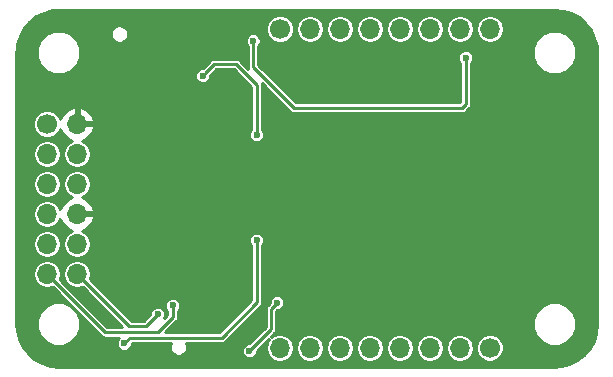
<source format=gbl>
G04 #@! TF.GenerationSoftware,KiCad,Pcbnew,5.0.1-33cea8e~68~ubuntu16.04.1*
G04 #@! TF.CreationDate,2019-03-25T17:46:31-04:00*
G04 #@! TF.ProjectId,portia,706F727469612E6B696361645F706362,rev?*
G04 #@! TF.SameCoordinates,Original*
G04 #@! TF.FileFunction,Copper,L2,Bot,Mixed*
G04 #@! TF.FilePolarity,Positive*
%FSLAX46Y46*%
G04 Gerber Fmt 4.6, Leading zero omitted, Abs format (unit mm)*
G04 Created by KiCad (PCBNEW 5.0.1-33cea8e~68~ubuntu16.04.1) date Mon 25 Mar 2019 17:46:31 EDT*
%MOMM*%
%LPD*%
G01*
G04 APERTURE LIST*
G04 #@! TA.AperFunction,ComponentPad*
%ADD10C,1.700000*%
G04 #@! TD*
G04 #@! TA.AperFunction,ComponentPad*
%ADD11O,1.700000X1.700000*%
G04 #@! TD*
G04 #@! TA.AperFunction,ViaPad*
%ADD12C,0.600000*%
G04 #@! TD*
G04 #@! TA.AperFunction,Conductor*
%ADD13C,0.250000*%
G04 #@! TD*
G04 #@! TA.AperFunction,Conductor*
%ADD14C,0.254000*%
G04 #@! TD*
G04 APERTURE END LIST*
D10*
G04 #@! TO.P,J6,1*
G04 #@! TO.N,GND*
X159040000Y-113344000D03*
D11*
G04 #@! TO.P,J6,2*
G04 #@! TO.N,+3V3*
X161580000Y-113344000D03*
G04 #@! TO.P,J6,3*
G04 #@! TO.N,GND*
X159040000Y-115884000D03*
G04 #@! TO.P,J6,4*
X161580000Y-115884000D03*
G04 #@! TO.P,J6,5*
X159040000Y-118424000D03*
G04 #@! TO.P,J6,6*
X161580000Y-118424000D03*
G04 #@! TO.P,J6,7*
X159040000Y-120964000D03*
G04 #@! TO.P,J6,8*
G04 #@! TO.N,+3V3*
X161580000Y-120964000D03*
G04 #@! TO.P,J6,9*
G04 #@! TO.N,GND*
X159040000Y-123504000D03*
G04 #@! TO.P,J6,10*
X161580000Y-123504000D03*
G04 #@! TO.P,J6,11*
G04 #@! TO.N,Net-(J4-Pad12)*
X159040000Y-126044000D03*
G04 #@! TO.P,J6,12*
G04 #@! TO.N,Net-(J4-Pad11)*
X161580000Y-126044000D03*
G04 #@! TD*
G04 #@! TO.P,J5,8*
G04 #@! TO.N,Net-(J5-Pad8)*
X178740000Y-132280000D03*
G04 #@! TO.P,J5,7*
G04 #@! TO.N,Net-(J5-Pad7)*
X181280000Y-132280000D03*
G04 #@! TO.P,J5,6*
G04 #@! TO.N,Net-(J5-Pad6)*
X183820000Y-132280000D03*
G04 #@! TO.P,J5,5*
G04 #@! TO.N,Net-(J5-Pad5)*
X186360000Y-132280000D03*
G04 #@! TO.P,J5,4*
G04 #@! TO.N,Net-(J5-Pad4)*
X188900000Y-132280000D03*
G04 #@! TO.P,J5,3*
G04 #@! TO.N,Net-(J5-Pad3)*
X191440000Y-132280000D03*
G04 #@! TO.P,J5,2*
G04 #@! TO.N,Net-(J5-Pad2)*
X193980000Y-132280000D03*
D10*
G04 #@! TO.P,J5,1*
G04 #@! TO.N,Net-(J5-Pad1)*
X196520000Y-132280000D03*
G04 #@! TD*
G04 #@! TO.P,J2,1*
G04 #@! TO.N,Net-(J2-Pad1)*
X178770000Y-105280000D03*
D11*
G04 #@! TO.P,J2,2*
G04 #@! TO.N,Net-(J2-Pad2)*
X181310000Y-105280000D03*
G04 #@! TO.P,J2,3*
G04 #@! TO.N,Net-(J2-Pad3)*
X183850000Y-105280000D03*
G04 #@! TO.P,J2,4*
G04 #@! TO.N,Net-(J2-Pad4)*
X186390000Y-105280000D03*
G04 #@! TO.P,J2,5*
G04 #@! TO.N,Net-(J2-Pad5)*
X188930000Y-105280000D03*
G04 #@! TO.P,J2,6*
G04 #@! TO.N,Net-(J2-Pad6)*
X191470000Y-105280000D03*
G04 #@! TO.P,J2,7*
G04 #@! TO.N,Net-(J2-Pad7)*
X194010000Y-105280000D03*
G04 #@! TO.P,J2,8*
G04 #@! TO.N,Net-(J2-Pad8)*
X196550000Y-105280000D03*
G04 #@! TD*
D12*
G04 #@! TO.N,+3V3*
X195760000Y-107724000D03*
X167140000Y-108859000D03*
X167140000Y-129199000D03*
X176195000Y-130974000D03*
X176465000Y-104721500D03*
X173490000Y-127894000D03*
X173490000Y-109259000D03*
G04 #@! TO.N,Net-(R6-Pad1)*
X176490000Y-106296500D03*
X194490000Y-107724000D03*
G04 #@! TO.N,Net-(J4-Pad6)*
X172220000Y-109259000D03*
X176780000Y-114279000D03*
G04 #@! TO.N,Net-(J4-Pad12)*
X169680000Y-128704000D03*
G04 #@! TO.N,Net-(Boot1-Pad1)*
X178510000Y-128474000D03*
X176170000Y-132549000D03*
G04 #@! TO.N,Net-(J4-Pad11)*
X168410000Y-129474000D03*
G04 #@! TO.N,Net-(R1-Pad2)*
X176780000Y-123169000D03*
X165567500Y-131919000D03*
G04 #@! TD*
D13*
G04 #@! TO.N,Net-(R6-Pad1)*
X176490000Y-106296500D02*
X176490000Y-108546500D01*
X194160000Y-111974000D02*
X194490000Y-111644000D01*
X194490000Y-111644000D02*
X194490000Y-107724000D01*
X176490000Y-108546500D02*
X179917500Y-111974000D01*
X179917500Y-111974000D02*
X194160000Y-111974000D01*
G04 #@! TO.N,Net-(J4-Pad6)*
X172519999Y-108959001D02*
X172220000Y-109259000D01*
X176780000Y-114279000D02*
X176780000Y-110029000D01*
X176780000Y-110029000D02*
X175030000Y-108279000D01*
X175030000Y-108279000D02*
X173200000Y-108279000D01*
X173200000Y-108279000D02*
X172519999Y-108959001D01*
G04 #@! TO.N,Net-(J4-Pad12)*
X159889999Y-126893999D02*
X159040000Y-126044000D01*
X169680000Y-128704000D02*
X169680000Y-129704000D01*
X169680000Y-129704000D02*
X168410000Y-130974000D01*
X168410000Y-130974000D02*
X163970000Y-130974000D01*
X163970000Y-130974000D02*
X159889999Y-126893999D01*
G04 #@! TO.N,Net-(Boot1-Pad1)*
X177995000Y-128989000D02*
X177995000Y-130724000D01*
X177995000Y-130724000D02*
X176170000Y-132549000D01*
X178510000Y-128474000D02*
X177995000Y-128989000D01*
G04 #@! TO.N,Net-(J4-Pad11)*
X167410000Y-130474000D02*
X168110001Y-129773999D01*
X168110001Y-129773999D02*
X168410000Y-129474000D01*
X166010000Y-130474000D02*
X167410000Y-130474000D01*
X161580000Y-126044000D02*
X166010000Y-130474000D01*
G04 #@! TO.N,Net-(R1-Pad2)*
X166062490Y-131424010D02*
X173812490Y-131424010D01*
X165567500Y-131919000D02*
X166062490Y-131424010D01*
X176780000Y-128456500D02*
X176780000Y-123169000D01*
X173812490Y-131424010D02*
X176780000Y-128456500D01*
G04 #@! TD*
D14*
G04 #@! TO.N,+3V3*
G36*
X202743060Y-103757514D02*
X203436591Y-103974854D01*
X204072246Y-104327203D01*
X204624073Y-104800177D01*
X205069521Y-105374444D01*
X205390402Y-106026561D01*
X205574852Y-106734671D01*
X205618000Y-107295440D01*
X205618001Y-130259626D01*
X205542485Y-131003064D01*
X205325146Y-131696590D01*
X204972797Y-132332246D01*
X204499825Y-132884071D01*
X203925553Y-133329523D01*
X203273441Y-133650402D01*
X202565329Y-133834852D01*
X202004560Y-133878000D01*
X160040364Y-133878000D01*
X159296936Y-133802485D01*
X158603410Y-133585146D01*
X157967754Y-133232797D01*
X157415929Y-132759825D01*
X156970477Y-132185553D01*
X156649598Y-131533441D01*
X156465148Y-130825329D01*
X156422000Y-130264560D01*
X156422000Y-129916587D01*
X158193000Y-129916587D01*
X158193000Y-130643413D01*
X158471144Y-131314912D01*
X158985088Y-131828856D01*
X159656587Y-132107000D01*
X160383413Y-132107000D01*
X161054912Y-131828856D01*
X161568856Y-131314912D01*
X161847000Y-130643413D01*
X161847000Y-129916587D01*
X161568856Y-129245088D01*
X161054912Y-128731144D01*
X160383413Y-128453000D01*
X159656587Y-128453000D01*
X158985088Y-128731144D01*
X158471144Y-129245088D01*
X158193000Y-129916587D01*
X156422000Y-129916587D01*
X156422000Y-126044000D01*
X157839942Y-126044000D01*
X157931291Y-126503242D01*
X158191431Y-126892569D01*
X158580758Y-127152709D01*
X158924080Y-127221000D01*
X159155920Y-127221000D01*
X159499242Y-127152709D01*
X159505382Y-127148607D01*
X159601865Y-127245090D01*
X159601868Y-127245092D01*
X163618909Y-131262134D01*
X163644126Y-131299874D01*
X163793638Y-131399775D01*
X163915478Y-131424010D01*
X163970000Y-131434855D01*
X164014518Y-131426000D01*
X165173788Y-131426000D01*
X165035955Y-131563833D01*
X164940500Y-131794282D01*
X164940500Y-132043718D01*
X165035955Y-132274167D01*
X165212333Y-132450545D01*
X165442782Y-132546000D01*
X165692218Y-132546000D01*
X165922667Y-132450545D01*
X166099045Y-132274167D01*
X166194500Y-132043718D01*
X166194500Y-131931224D01*
X166249714Y-131876010D01*
X169517243Y-131876010D01*
X169433000Y-132079391D01*
X169433000Y-132368609D01*
X169543679Y-132635813D01*
X169748187Y-132840321D01*
X170015391Y-132951000D01*
X170304609Y-132951000D01*
X170571813Y-132840321D01*
X170776321Y-132635813D01*
X170863939Y-132424282D01*
X175543000Y-132424282D01*
X175543000Y-132673718D01*
X175638455Y-132904167D01*
X175814833Y-133080545D01*
X176045282Y-133176000D01*
X176294718Y-133176000D01*
X176525167Y-133080545D01*
X176701545Y-132904167D01*
X176797000Y-132673718D01*
X176797000Y-132561224D01*
X177820222Y-131538003D01*
X177631291Y-131820758D01*
X177539942Y-132280000D01*
X177631291Y-132739242D01*
X177891431Y-133128569D01*
X178280758Y-133388709D01*
X178624080Y-133457000D01*
X178855920Y-133457000D01*
X179199242Y-133388709D01*
X179588569Y-133128569D01*
X179848709Y-132739242D01*
X179940058Y-132280000D01*
X180079942Y-132280000D01*
X180171291Y-132739242D01*
X180431431Y-133128569D01*
X180820758Y-133388709D01*
X181164080Y-133457000D01*
X181395920Y-133457000D01*
X181739242Y-133388709D01*
X182128569Y-133128569D01*
X182388709Y-132739242D01*
X182480058Y-132280000D01*
X182619942Y-132280000D01*
X182711291Y-132739242D01*
X182971431Y-133128569D01*
X183360758Y-133388709D01*
X183704080Y-133457000D01*
X183935920Y-133457000D01*
X184279242Y-133388709D01*
X184668569Y-133128569D01*
X184928709Y-132739242D01*
X185020058Y-132280000D01*
X185159942Y-132280000D01*
X185251291Y-132739242D01*
X185511431Y-133128569D01*
X185900758Y-133388709D01*
X186244080Y-133457000D01*
X186475920Y-133457000D01*
X186819242Y-133388709D01*
X187208569Y-133128569D01*
X187468709Y-132739242D01*
X187560058Y-132280000D01*
X187699942Y-132280000D01*
X187791291Y-132739242D01*
X188051431Y-133128569D01*
X188440758Y-133388709D01*
X188784080Y-133457000D01*
X189015920Y-133457000D01*
X189359242Y-133388709D01*
X189748569Y-133128569D01*
X190008709Y-132739242D01*
X190100058Y-132280000D01*
X190239942Y-132280000D01*
X190331291Y-132739242D01*
X190591431Y-133128569D01*
X190980758Y-133388709D01*
X191324080Y-133457000D01*
X191555920Y-133457000D01*
X191899242Y-133388709D01*
X192288569Y-133128569D01*
X192548709Y-132739242D01*
X192640058Y-132280000D01*
X192779942Y-132280000D01*
X192871291Y-132739242D01*
X193131431Y-133128569D01*
X193520758Y-133388709D01*
X193864080Y-133457000D01*
X194095920Y-133457000D01*
X194439242Y-133388709D01*
X194828569Y-133128569D01*
X195088709Y-132739242D01*
X195180058Y-132280000D01*
X195133489Y-132045880D01*
X195343000Y-132045880D01*
X195343000Y-132514120D01*
X195522187Y-132946717D01*
X195853283Y-133277813D01*
X196285880Y-133457000D01*
X196754120Y-133457000D01*
X197186717Y-133277813D01*
X197517813Y-132946717D01*
X197697000Y-132514120D01*
X197697000Y-132045880D01*
X197517813Y-131613283D01*
X197186717Y-131282187D01*
X196754120Y-131103000D01*
X196285880Y-131103000D01*
X195853283Y-131282187D01*
X195522187Y-131613283D01*
X195343000Y-132045880D01*
X195133489Y-132045880D01*
X195088709Y-131820758D01*
X194828569Y-131431431D01*
X194439242Y-131171291D01*
X194095920Y-131103000D01*
X193864080Y-131103000D01*
X193520758Y-131171291D01*
X193131431Y-131431431D01*
X192871291Y-131820758D01*
X192779942Y-132280000D01*
X192640058Y-132280000D01*
X192548709Y-131820758D01*
X192288569Y-131431431D01*
X191899242Y-131171291D01*
X191555920Y-131103000D01*
X191324080Y-131103000D01*
X190980758Y-131171291D01*
X190591431Y-131431431D01*
X190331291Y-131820758D01*
X190239942Y-132280000D01*
X190100058Y-132280000D01*
X190008709Y-131820758D01*
X189748569Y-131431431D01*
X189359242Y-131171291D01*
X189015920Y-131103000D01*
X188784080Y-131103000D01*
X188440758Y-131171291D01*
X188051431Y-131431431D01*
X187791291Y-131820758D01*
X187699942Y-132280000D01*
X187560058Y-132280000D01*
X187468709Y-131820758D01*
X187208569Y-131431431D01*
X186819242Y-131171291D01*
X186475920Y-131103000D01*
X186244080Y-131103000D01*
X185900758Y-131171291D01*
X185511431Y-131431431D01*
X185251291Y-131820758D01*
X185159942Y-132280000D01*
X185020058Y-132280000D01*
X184928709Y-131820758D01*
X184668569Y-131431431D01*
X184279242Y-131171291D01*
X183935920Y-131103000D01*
X183704080Y-131103000D01*
X183360758Y-131171291D01*
X182971431Y-131431431D01*
X182711291Y-131820758D01*
X182619942Y-132280000D01*
X182480058Y-132280000D01*
X182388709Y-131820758D01*
X182128569Y-131431431D01*
X181739242Y-131171291D01*
X181395920Y-131103000D01*
X181164080Y-131103000D01*
X180820758Y-131171291D01*
X180431431Y-131431431D01*
X180171291Y-131820758D01*
X180079942Y-132280000D01*
X179940058Y-132280000D01*
X179848709Y-131820758D01*
X179588569Y-131431431D01*
X179199242Y-131171291D01*
X178855920Y-131103000D01*
X178624080Y-131103000D01*
X178280758Y-131171291D01*
X177998003Y-131360222D01*
X178283134Y-131075091D01*
X178320874Y-131049874D01*
X178420775Y-130900362D01*
X178447000Y-130768518D01*
X178455855Y-130724000D01*
X178447000Y-130679482D01*
X178447000Y-129916587D01*
X200193000Y-129916587D01*
X200193000Y-130643413D01*
X200471144Y-131314912D01*
X200985088Y-131828856D01*
X201656587Y-132107000D01*
X202383413Y-132107000D01*
X203054912Y-131828856D01*
X203568856Y-131314912D01*
X203847000Y-130643413D01*
X203847000Y-129916587D01*
X203568856Y-129245088D01*
X203054912Y-128731144D01*
X202383413Y-128453000D01*
X201656587Y-128453000D01*
X200985088Y-128731144D01*
X200471144Y-129245088D01*
X200193000Y-129916587D01*
X178447000Y-129916587D01*
X178447000Y-129176224D01*
X178522224Y-129101000D01*
X178634718Y-129101000D01*
X178865167Y-129005545D01*
X179041545Y-128829167D01*
X179137000Y-128598718D01*
X179137000Y-128349282D01*
X179041545Y-128118833D01*
X178865167Y-127942455D01*
X178634718Y-127847000D01*
X178385282Y-127847000D01*
X178154833Y-127942455D01*
X177978455Y-128118833D01*
X177883000Y-128349282D01*
X177883000Y-128461776D01*
X177706869Y-128637907D01*
X177669126Y-128663126D01*
X177569226Y-128812638D01*
X177569225Y-128812639D01*
X177534145Y-128989000D01*
X177543000Y-129033518D01*
X177543001Y-130536774D01*
X176157776Y-131922000D01*
X176045282Y-131922000D01*
X175814833Y-132017455D01*
X175638455Y-132193833D01*
X175543000Y-132424282D01*
X170863939Y-132424282D01*
X170887000Y-132368609D01*
X170887000Y-132079391D01*
X170802757Y-131876010D01*
X173767972Y-131876010D01*
X173812490Y-131884865D01*
X173857008Y-131876010D01*
X173988852Y-131849785D01*
X174138364Y-131749884D01*
X174163583Y-131712141D01*
X177068134Y-128807591D01*
X177105874Y-128782374D01*
X177205775Y-128632862D01*
X177232000Y-128501018D01*
X177232000Y-128501017D01*
X177240855Y-128456500D01*
X177232000Y-128411982D01*
X177232000Y-123603712D01*
X177311545Y-123524167D01*
X177407000Y-123293718D01*
X177407000Y-123044282D01*
X177311545Y-122813833D01*
X177135167Y-122637455D01*
X176904718Y-122542000D01*
X176655282Y-122542000D01*
X176424833Y-122637455D01*
X176248455Y-122813833D01*
X176153000Y-123044282D01*
X176153000Y-123293718D01*
X176248455Y-123524167D01*
X176328001Y-123603713D01*
X176328000Y-128269275D01*
X173625266Y-130972010D01*
X169051214Y-130972010D01*
X169968133Y-130055091D01*
X170005874Y-130029874D01*
X170105775Y-129880362D01*
X170132000Y-129748518D01*
X170132000Y-129748517D01*
X170140855Y-129704001D01*
X170132000Y-129659484D01*
X170132000Y-129138712D01*
X170211545Y-129059167D01*
X170307000Y-128828718D01*
X170307000Y-128579282D01*
X170211545Y-128348833D01*
X170035167Y-128172455D01*
X169804718Y-128077000D01*
X169555282Y-128077000D01*
X169324833Y-128172455D01*
X169148455Y-128348833D01*
X169053000Y-128579282D01*
X169053000Y-128828718D01*
X169148455Y-129059167D01*
X169228000Y-129138712D01*
X169228001Y-129516774D01*
X168959885Y-129784890D01*
X169037000Y-129598718D01*
X169037000Y-129349282D01*
X168941545Y-129118833D01*
X168765167Y-128942455D01*
X168534718Y-128847000D01*
X168285282Y-128847000D01*
X168054833Y-128942455D01*
X167878455Y-129118833D01*
X167783000Y-129349282D01*
X167783000Y-129461775D01*
X167222776Y-130022000D01*
X166197225Y-130022000D01*
X162684606Y-126509382D01*
X162688709Y-126503242D01*
X162780058Y-126044000D01*
X162688709Y-125584758D01*
X162428569Y-125195431D01*
X162039242Y-124935291D01*
X161695920Y-124867000D01*
X161464080Y-124867000D01*
X161120758Y-124935291D01*
X160731431Y-125195431D01*
X160471291Y-125584758D01*
X160379942Y-126044000D01*
X160471291Y-126503242D01*
X160731431Y-126892569D01*
X161120758Y-127152709D01*
X161464080Y-127221000D01*
X161695920Y-127221000D01*
X162039242Y-127152709D01*
X162045382Y-127148606D01*
X165418775Y-130522000D01*
X164157225Y-130522000D01*
X160241092Y-126605868D01*
X160241090Y-126605865D01*
X160144607Y-126509382D01*
X160148709Y-126503242D01*
X160240058Y-126044000D01*
X160148709Y-125584758D01*
X159888569Y-125195431D01*
X159499242Y-124935291D01*
X159155920Y-124867000D01*
X158924080Y-124867000D01*
X158580758Y-124935291D01*
X158191431Y-125195431D01*
X157931291Y-125584758D01*
X157839942Y-126044000D01*
X156422000Y-126044000D01*
X156422000Y-123504000D01*
X157839942Y-123504000D01*
X157931291Y-123963242D01*
X158191431Y-124352569D01*
X158580758Y-124612709D01*
X158924080Y-124681000D01*
X159155920Y-124681000D01*
X159499242Y-124612709D01*
X159888569Y-124352569D01*
X160148709Y-123963242D01*
X160240058Y-123504000D01*
X160148709Y-123044758D01*
X159888569Y-122655431D01*
X159499242Y-122395291D01*
X159155920Y-122327000D01*
X158924080Y-122327000D01*
X158580758Y-122395291D01*
X158191431Y-122655431D01*
X157931291Y-123044758D01*
X157839942Y-123504000D01*
X156422000Y-123504000D01*
X156422000Y-120964000D01*
X157839942Y-120964000D01*
X157931291Y-121423242D01*
X158191431Y-121812569D01*
X158580758Y-122072709D01*
X158924080Y-122141000D01*
X159155920Y-122141000D01*
X159499242Y-122072709D01*
X159888569Y-121812569D01*
X160148709Y-121423242D01*
X160159158Y-121370709D01*
X160308355Y-121730924D01*
X160698642Y-122159183D01*
X161177406Y-122384023D01*
X161120758Y-122395291D01*
X160731431Y-122655431D01*
X160471291Y-123044758D01*
X160379942Y-123504000D01*
X160471291Y-123963242D01*
X160731431Y-124352569D01*
X161120758Y-124612709D01*
X161464080Y-124681000D01*
X161695920Y-124681000D01*
X162039242Y-124612709D01*
X162428569Y-124352569D01*
X162688709Y-123963242D01*
X162780058Y-123504000D01*
X162688709Y-123044758D01*
X162428569Y-122655431D01*
X162039242Y-122395291D01*
X161982594Y-122384023D01*
X162461358Y-122159183D01*
X162851645Y-121730924D01*
X163021476Y-121320890D01*
X162900155Y-121091000D01*
X161707000Y-121091000D01*
X161707000Y-121111000D01*
X161453000Y-121111000D01*
X161453000Y-121091000D01*
X161433000Y-121091000D01*
X161433000Y-120837000D01*
X161453000Y-120837000D01*
X161453000Y-120817000D01*
X161707000Y-120817000D01*
X161707000Y-120837000D01*
X162900155Y-120837000D01*
X163021476Y-120607110D01*
X162851645Y-120197076D01*
X162461358Y-119768817D01*
X161982594Y-119543977D01*
X162039242Y-119532709D01*
X162428569Y-119272569D01*
X162688709Y-118883242D01*
X162780058Y-118424000D01*
X162688709Y-117964758D01*
X162428569Y-117575431D01*
X162039242Y-117315291D01*
X161695920Y-117247000D01*
X161464080Y-117247000D01*
X161120758Y-117315291D01*
X160731431Y-117575431D01*
X160471291Y-117964758D01*
X160379942Y-118424000D01*
X160471291Y-118883242D01*
X160731431Y-119272569D01*
X161120758Y-119532709D01*
X161177406Y-119543977D01*
X160698642Y-119768817D01*
X160308355Y-120197076D01*
X160159158Y-120557291D01*
X160148709Y-120504758D01*
X159888569Y-120115431D01*
X159499242Y-119855291D01*
X159155920Y-119787000D01*
X158924080Y-119787000D01*
X158580758Y-119855291D01*
X158191431Y-120115431D01*
X157931291Y-120504758D01*
X157839942Y-120964000D01*
X156422000Y-120964000D01*
X156422000Y-118424000D01*
X157839942Y-118424000D01*
X157931291Y-118883242D01*
X158191431Y-119272569D01*
X158580758Y-119532709D01*
X158924080Y-119601000D01*
X159155920Y-119601000D01*
X159499242Y-119532709D01*
X159888569Y-119272569D01*
X160148709Y-118883242D01*
X160240058Y-118424000D01*
X160148709Y-117964758D01*
X159888569Y-117575431D01*
X159499242Y-117315291D01*
X159155920Y-117247000D01*
X158924080Y-117247000D01*
X158580758Y-117315291D01*
X158191431Y-117575431D01*
X157931291Y-117964758D01*
X157839942Y-118424000D01*
X156422000Y-118424000D01*
X156422000Y-115884000D01*
X157839942Y-115884000D01*
X157931291Y-116343242D01*
X158191431Y-116732569D01*
X158580758Y-116992709D01*
X158924080Y-117061000D01*
X159155920Y-117061000D01*
X159499242Y-116992709D01*
X159888569Y-116732569D01*
X160148709Y-116343242D01*
X160240058Y-115884000D01*
X160148709Y-115424758D01*
X159888569Y-115035431D01*
X159499242Y-114775291D01*
X159155920Y-114707000D01*
X158924080Y-114707000D01*
X158580758Y-114775291D01*
X158191431Y-115035431D01*
X157931291Y-115424758D01*
X157839942Y-115884000D01*
X156422000Y-115884000D01*
X156422000Y-113109880D01*
X157863000Y-113109880D01*
X157863000Y-113578120D01*
X158042187Y-114010717D01*
X158373283Y-114341813D01*
X158805880Y-114521000D01*
X159274120Y-114521000D01*
X159706717Y-114341813D01*
X160037813Y-114010717D01*
X160152335Y-113734235D01*
X160308355Y-114110924D01*
X160698642Y-114539183D01*
X161177406Y-114764023D01*
X161120758Y-114775291D01*
X160731431Y-115035431D01*
X160471291Y-115424758D01*
X160379942Y-115884000D01*
X160471291Y-116343242D01*
X160731431Y-116732569D01*
X161120758Y-116992709D01*
X161464080Y-117061000D01*
X161695920Y-117061000D01*
X162039242Y-116992709D01*
X162428569Y-116732569D01*
X162688709Y-116343242D01*
X162780058Y-115884000D01*
X162688709Y-115424758D01*
X162428569Y-115035431D01*
X162039242Y-114775291D01*
X161982594Y-114764023D01*
X162461358Y-114539183D01*
X162851645Y-114110924D01*
X163021476Y-113700890D01*
X162900155Y-113471000D01*
X161707000Y-113471000D01*
X161707000Y-113491000D01*
X161453000Y-113491000D01*
X161453000Y-113471000D01*
X161433000Y-113471000D01*
X161433000Y-113217000D01*
X161453000Y-113217000D01*
X161453000Y-112023181D01*
X161707000Y-112023181D01*
X161707000Y-113217000D01*
X162900155Y-113217000D01*
X163021476Y-112987110D01*
X162851645Y-112577076D01*
X162461358Y-112148817D01*
X161936892Y-111902514D01*
X161707000Y-112023181D01*
X161453000Y-112023181D01*
X161223108Y-111902514D01*
X160698642Y-112148817D01*
X160308355Y-112577076D01*
X160152335Y-112953765D01*
X160037813Y-112677283D01*
X159706717Y-112346187D01*
X159274120Y-112167000D01*
X158805880Y-112167000D01*
X158373283Y-112346187D01*
X158042187Y-112677283D01*
X157863000Y-113109880D01*
X156422000Y-113109880D01*
X156422000Y-109134282D01*
X171593000Y-109134282D01*
X171593000Y-109383718D01*
X171688455Y-109614167D01*
X171864833Y-109790545D01*
X172095282Y-109886000D01*
X172344718Y-109886000D01*
X172575167Y-109790545D01*
X172751545Y-109614167D01*
X172847000Y-109383718D01*
X172847000Y-109271225D01*
X172871090Y-109247135D01*
X172871092Y-109247132D01*
X173387225Y-108731000D01*
X174842776Y-108731000D01*
X176328001Y-110216226D01*
X176328000Y-113844288D01*
X176248455Y-113923833D01*
X176153000Y-114154282D01*
X176153000Y-114403718D01*
X176248455Y-114634167D01*
X176424833Y-114810545D01*
X176655282Y-114906000D01*
X176904718Y-114906000D01*
X177135167Y-114810545D01*
X177311545Y-114634167D01*
X177407000Y-114403718D01*
X177407000Y-114154282D01*
X177311545Y-113923833D01*
X177232000Y-113844288D01*
X177232000Y-110073518D01*
X177240855Y-110029000D01*
X177217907Y-109913631D01*
X179566409Y-112262134D01*
X179591626Y-112299874D01*
X179629366Y-112325091D01*
X179741138Y-112399775D01*
X179917500Y-112434855D01*
X179962018Y-112426000D01*
X194115482Y-112426000D01*
X194160000Y-112434855D01*
X194204518Y-112426000D01*
X194336362Y-112399775D01*
X194485874Y-112299874D01*
X194511093Y-112262131D01*
X194778131Y-111995093D01*
X194815874Y-111969874D01*
X194915775Y-111820362D01*
X194942000Y-111688518D01*
X194942000Y-111688517D01*
X194950855Y-111644001D01*
X194942000Y-111599484D01*
X194942000Y-108158712D01*
X195021545Y-108079167D01*
X195117000Y-107848718D01*
X195117000Y-107599282D01*
X195021545Y-107368833D01*
X194845167Y-107192455D01*
X194614718Y-107097000D01*
X194365282Y-107097000D01*
X194134833Y-107192455D01*
X193958455Y-107368833D01*
X193863000Y-107599282D01*
X193863000Y-107848718D01*
X193958455Y-108079167D01*
X194038001Y-108158713D01*
X194038000Y-111456776D01*
X193972776Y-111522000D01*
X180104725Y-111522000D01*
X176942000Y-108359276D01*
X176942000Y-106916587D01*
X200193000Y-106916587D01*
X200193000Y-107643413D01*
X200471144Y-108314912D01*
X200985088Y-108828856D01*
X201656587Y-109107000D01*
X202383413Y-109107000D01*
X203054912Y-108828856D01*
X203568856Y-108314912D01*
X203847000Y-107643413D01*
X203847000Y-106916587D01*
X203568856Y-106245088D01*
X203054912Y-105731144D01*
X202383413Y-105453000D01*
X201656587Y-105453000D01*
X200985088Y-105731144D01*
X200471144Y-106245088D01*
X200193000Y-106916587D01*
X176942000Y-106916587D01*
X176942000Y-106731212D01*
X177021545Y-106651667D01*
X177117000Y-106421218D01*
X177117000Y-106171782D01*
X177021545Y-105941333D01*
X176845167Y-105764955D01*
X176614718Y-105669500D01*
X176365282Y-105669500D01*
X176134833Y-105764955D01*
X175958455Y-105941333D01*
X175863000Y-106171782D01*
X175863000Y-106421218D01*
X175958455Y-106651667D01*
X176038000Y-106731212D01*
X176038001Y-108501978D01*
X176029145Y-108546500D01*
X176052093Y-108661869D01*
X175381093Y-107990869D01*
X175355874Y-107953126D01*
X175206362Y-107853225D01*
X175074518Y-107827000D01*
X175030000Y-107818145D01*
X174985482Y-107827000D01*
X173244518Y-107827000D01*
X173200000Y-107818145D01*
X173155482Y-107827000D01*
X173023638Y-107853225D01*
X172874126Y-107953126D01*
X172848908Y-107990867D01*
X172231868Y-108607908D01*
X172231865Y-108607910D01*
X172207775Y-108632000D01*
X172095282Y-108632000D01*
X171864833Y-108727455D01*
X171688455Y-108903833D01*
X171593000Y-109134282D01*
X156422000Y-109134282D01*
X156422000Y-107300364D01*
X156460982Y-106916587D01*
X158193000Y-106916587D01*
X158193000Y-107643413D01*
X158471144Y-108314912D01*
X158985088Y-108828856D01*
X159656587Y-109107000D01*
X160383413Y-109107000D01*
X161054912Y-108828856D01*
X161568856Y-108314912D01*
X161847000Y-107643413D01*
X161847000Y-106916587D01*
X161568856Y-106245088D01*
X161054912Y-105731144D01*
X160688548Y-105579391D01*
X164433000Y-105579391D01*
X164433000Y-105868609D01*
X164543679Y-106135813D01*
X164748187Y-106340321D01*
X165015391Y-106451000D01*
X165304609Y-106451000D01*
X165571813Y-106340321D01*
X165776321Y-106135813D01*
X165887000Y-105868609D01*
X165887000Y-105579391D01*
X165776321Y-105312187D01*
X165571813Y-105107679D01*
X165422617Y-105045880D01*
X177593000Y-105045880D01*
X177593000Y-105514120D01*
X177772187Y-105946717D01*
X178103283Y-106277813D01*
X178535880Y-106457000D01*
X179004120Y-106457000D01*
X179436717Y-106277813D01*
X179767813Y-105946717D01*
X179947000Y-105514120D01*
X179947000Y-105280000D01*
X180109942Y-105280000D01*
X180201291Y-105739242D01*
X180461431Y-106128569D01*
X180850758Y-106388709D01*
X181194080Y-106457000D01*
X181425920Y-106457000D01*
X181769242Y-106388709D01*
X182158569Y-106128569D01*
X182418709Y-105739242D01*
X182510058Y-105280000D01*
X182649942Y-105280000D01*
X182741291Y-105739242D01*
X183001431Y-106128569D01*
X183390758Y-106388709D01*
X183734080Y-106457000D01*
X183965920Y-106457000D01*
X184309242Y-106388709D01*
X184698569Y-106128569D01*
X184958709Y-105739242D01*
X185050058Y-105280000D01*
X185189942Y-105280000D01*
X185281291Y-105739242D01*
X185541431Y-106128569D01*
X185930758Y-106388709D01*
X186274080Y-106457000D01*
X186505920Y-106457000D01*
X186849242Y-106388709D01*
X187238569Y-106128569D01*
X187498709Y-105739242D01*
X187590058Y-105280000D01*
X187729942Y-105280000D01*
X187821291Y-105739242D01*
X188081431Y-106128569D01*
X188470758Y-106388709D01*
X188814080Y-106457000D01*
X189045920Y-106457000D01*
X189389242Y-106388709D01*
X189778569Y-106128569D01*
X190038709Y-105739242D01*
X190130058Y-105280000D01*
X190269942Y-105280000D01*
X190361291Y-105739242D01*
X190621431Y-106128569D01*
X191010758Y-106388709D01*
X191354080Y-106457000D01*
X191585920Y-106457000D01*
X191929242Y-106388709D01*
X192318569Y-106128569D01*
X192578709Y-105739242D01*
X192670058Y-105280000D01*
X192809942Y-105280000D01*
X192901291Y-105739242D01*
X193161431Y-106128569D01*
X193550758Y-106388709D01*
X193894080Y-106457000D01*
X194125920Y-106457000D01*
X194469242Y-106388709D01*
X194858569Y-106128569D01*
X195118709Y-105739242D01*
X195210058Y-105280000D01*
X195349942Y-105280000D01*
X195441291Y-105739242D01*
X195701431Y-106128569D01*
X196090758Y-106388709D01*
X196434080Y-106457000D01*
X196665920Y-106457000D01*
X197009242Y-106388709D01*
X197398569Y-106128569D01*
X197658709Y-105739242D01*
X197750058Y-105280000D01*
X197658709Y-104820758D01*
X197398569Y-104431431D01*
X197009242Y-104171291D01*
X196665920Y-104103000D01*
X196434080Y-104103000D01*
X196090758Y-104171291D01*
X195701431Y-104431431D01*
X195441291Y-104820758D01*
X195349942Y-105280000D01*
X195210058Y-105280000D01*
X195118709Y-104820758D01*
X194858569Y-104431431D01*
X194469242Y-104171291D01*
X194125920Y-104103000D01*
X193894080Y-104103000D01*
X193550758Y-104171291D01*
X193161431Y-104431431D01*
X192901291Y-104820758D01*
X192809942Y-105280000D01*
X192670058Y-105280000D01*
X192578709Y-104820758D01*
X192318569Y-104431431D01*
X191929242Y-104171291D01*
X191585920Y-104103000D01*
X191354080Y-104103000D01*
X191010758Y-104171291D01*
X190621431Y-104431431D01*
X190361291Y-104820758D01*
X190269942Y-105280000D01*
X190130058Y-105280000D01*
X190038709Y-104820758D01*
X189778569Y-104431431D01*
X189389242Y-104171291D01*
X189045920Y-104103000D01*
X188814080Y-104103000D01*
X188470758Y-104171291D01*
X188081431Y-104431431D01*
X187821291Y-104820758D01*
X187729942Y-105280000D01*
X187590058Y-105280000D01*
X187498709Y-104820758D01*
X187238569Y-104431431D01*
X186849242Y-104171291D01*
X186505920Y-104103000D01*
X186274080Y-104103000D01*
X185930758Y-104171291D01*
X185541431Y-104431431D01*
X185281291Y-104820758D01*
X185189942Y-105280000D01*
X185050058Y-105280000D01*
X184958709Y-104820758D01*
X184698569Y-104431431D01*
X184309242Y-104171291D01*
X183965920Y-104103000D01*
X183734080Y-104103000D01*
X183390758Y-104171291D01*
X183001431Y-104431431D01*
X182741291Y-104820758D01*
X182649942Y-105280000D01*
X182510058Y-105280000D01*
X182418709Y-104820758D01*
X182158569Y-104431431D01*
X181769242Y-104171291D01*
X181425920Y-104103000D01*
X181194080Y-104103000D01*
X180850758Y-104171291D01*
X180461431Y-104431431D01*
X180201291Y-104820758D01*
X180109942Y-105280000D01*
X179947000Y-105280000D01*
X179947000Y-105045880D01*
X179767813Y-104613283D01*
X179436717Y-104282187D01*
X179004120Y-104103000D01*
X178535880Y-104103000D01*
X178103283Y-104282187D01*
X177772187Y-104613283D01*
X177593000Y-105045880D01*
X165422617Y-105045880D01*
X165304609Y-104997000D01*
X165015391Y-104997000D01*
X164748187Y-105107679D01*
X164543679Y-105312187D01*
X164433000Y-105579391D01*
X160688548Y-105579391D01*
X160383413Y-105453000D01*
X159656587Y-105453000D01*
X158985088Y-105731144D01*
X158471144Y-106245088D01*
X158193000Y-106916587D01*
X156460982Y-106916587D01*
X156497514Y-106556940D01*
X156714854Y-105863409D01*
X157067203Y-105227754D01*
X157540177Y-104675927D01*
X158114444Y-104230479D01*
X158766561Y-103909598D01*
X159474671Y-103725148D01*
X160035440Y-103682000D01*
X201999636Y-103682000D01*
X202743060Y-103757514D01*
X202743060Y-103757514D01*
G37*
X202743060Y-103757514D02*
X203436591Y-103974854D01*
X204072246Y-104327203D01*
X204624073Y-104800177D01*
X205069521Y-105374444D01*
X205390402Y-106026561D01*
X205574852Y-106734671D01*
X205618000Y-107295440D01*
X205618001Y-130259626D01*
X205542485Y-131003064D01*
X205325146Y-131696590D01*
X204972797Y-132332246D01*
X204499825Y-132884071D01*
X203925553Y-133329523D01*
X203273441Y-133650402D01*
X202565329Y-133834852D01*
X202004560Y-133878000D01*
X160040364Y-133878000D01*
X159296936Y-133802485D01*
X158603410Y-133585146D01*
X157967754Y-133232797D01*
X157415929Y-132759825D01*
X156970477Y-132185553D01*
X156649598Y-131533441D01*
X156465148Y-130825329D01*
X156422000Y-130264560D01*
X156422000Y-129916587D01*
X158193000Y-129916587D01*
X158193000Y-130643413D01*
X158471144Y-131314912D01*
X158985088Y-131828856D01*
X159656587Y-132107000D01*
X160383413Y-132107000D01*
X161054912Y-131828856D01*
X161568856Y-131314912D01*
X161847000Y-130643413D01*
X161847000Y-129916587D01*
X161568856Y-129245088D01*
X161054912Y-128731144D01*
X160383413Y-128453000D01*
X159656587Y-128453000D01*
X158985088Y-128731144D01*
X158471144Y-129245088D01*
X158193000Y-129916587D01*
X156422000Y-129916587D01*
X156422000Y-126044000D01*
X157839942Y-126044000D01*
X157931291Y-126503242D01*
X158191431Y-126892569D01*
X158580758Y-127152709D01*
X158924080Y-127221000D01*
X159155920Y-127221000D01*
X159499242Y-127152709D01*
X159505382Y-127148607D01*
X159601865Y-127245090D01*
X159601868Y-127245092D01*
X163618909Y-131262134D01*
X163644126Y-131299874D01*
X163793638Y-131399775D01*
X163915478Y-131424010D01*
X163970000Y-131434855D01*
X164014518Y-131426000D01*
X165173788Y-131426000D01*
X165035955Y-131563833D01*
X164940500Y-131794282D01*
X164940500Y-132043718D01*
X165035955Y-132274167D01*
X165212333Y-132450545D01*
X165442782Y-132546000D01*
X165692218Y-132546000D01*
X165922667Y-132450545D01*
X166099045Y-132274167D01*
X166194500Y-132043718D01*
X166194500Y-131931224D01*
X166249714Y-131876010D01*
X169517243Y-131876010D01*
X169433000Y-132079391D01*
X169433000Y-132368609D01*
X169543679Y-132635813D01*
X169748187Y-132840321D01*
X170015391Y-132951000D01*
X170304609Y-132951000D01*
X170571813Y-132840321D01*
X170776321Y-132635813D01*
X170863939Y-132424282D01*
X175543000Y-132424282D01*
X175543000Y-132673718D01*
X175638455Y-132904167D01*
X175814833Y-133080545D01*
X176045282Y-133176000D01*
X176294718Y-133176000D01*
X176525167Y-133080545D01*
X176701545Y-132904167D01*
X176797000Y-132673718D01*
X176797000Y-132561224D01*
X177820222Y-131538003D01*
X177631291Y-131820758D01*
X177539942Y-132280000D01*
X177631291Y-132739242D01*
X177891431Y-133128569D01*
X178280758Y-133388709D01*
X178624080Y-133457000D01*
X178855920Y-133457000D01*
X179199242Y-133388709D01*
X179588569Y-133128569D01*
X179848709Y-132739242D01*
X179940058Y-132280000D01*
X180079942Y-132280000D01*
X180171291Y-132739242D01*
X180431431Y-133128569D01*
X180820758Y-133388709D01*
X181164080Y-133457000D01*
X181395920Y-133457000D01*
X181739242Y-133388709D01*
X182128569Y-133128569D01*
X182388709Y-132739242D01*
X182480058Y-132280000D01*
X182619942Y-132280000D01*
X182711291Y-132739242D01*
X182971431Y-133128569D01*
X183360758Y-133388709D01*
X183704080Y-133457000D01*
X183935920Y-133457000D01*
X184279242Y-133388709D01*
X184668569Y-133128569D01*
X184928709Y-132739242D01*
X185020058Y-132280000D01*
X185159942Y-132280000D01*
X185251291Y-132739242D01*
X185511431Y-133128569D01*
X185900758Y-133388709D01*
X186244080Y-133457000D01*
X186475920Y-133457000D01*
X186819242Y-133388709D01*
X187208569Y-133128569D01*
X187468709Y-132739242D01*
X187560058Y-132280000D01*
X187699942Y-132280000D01*
X187791291Y-132739242D01*
X188051431Y-133128569D01*
X188440758Y-133388709D01*
X188784080Y-133457000D01*
X189015920Y-133457000D01*
X189359242Y-133388709D01*
X189748569Y-133128569D01*
X190008709Y-132739242D01*
X190100058Y-132280000D01*
X190239942Y-132280000D01*
X190331291Y-132739242D01*
X190591431Y-133128569D01*
X190980758Y-133388709D01*
X191324080Y-133457000D01*
X191555920Y-133457000D01*
X191899242Y-133388709D01*
X192288569Y-133128569D01*
X192548709Y-132739242D01*
X192640058Y-132280000D01*
X192779942Y-132280000D01*
X192871291Y-132739242D01*
X193131431Y-133128569D01*
X193520758Y-133388709D01*
X193864080Y-133457000D01*
X194095920Y-133457000D01*
X194439242Y-133388709D01*
X194828569Y-133128569D01*
X195088709Y-132739242D01*
X195180058Y-132280000D01*
X195133489Y-132045880D01*
X195343000Y-132045880D01*
X195343000Y-132514120D01*
X195522187Y-132946717D01*
X195853283Y-133277813D01*
X196285880Y-133457000D01*
X196754120Y-133457000D01*
X197186717Y-133277813D01*
X197517813Y-132946717D01*
X197697000Y-132514120D01*
X197697000Y-132045880D01*
X197517813Y-131613283D01*
X197186717Y-131282187D01*
X196754120Y-131103000D01*
X196285880Y-131103000D01*
X195853283Y-131282187D01*
X195522187Y-131613283D01*
X195343000Y-132045880D01*
X195133489Y-132045880D01*
X195088709Y-131820758D01*
X194828569Y-131431431D01*
X194439242Y-131171291D01*
X194095920Y-131103000D01*
X193864080Y-131103000D01*
X193520758Y-131171291D01*
X193131431Y-131431431D01*
X192871291Y-131820758D01*
X192779942Y-132280000D01*
X192640058Y-132280000D01*
X192548709Y-131820758D01*
X192288569Y-131431431D01*
X191899242Y-131171291D01*
X191555920Y-131103000D01*
X191324080Y-131103000D01*
X190980758Y-131171291D01*
X190591431Y-131431431D01*
X190331291Y-131820758D01*
X190239942Y-132280000D01*
X190100058Y-132280000D01*
X190008709Y-131820758D01*
X189748569Y-131431431D01*
X189359242Y-131171291D01*
X189015920Y-131103000D01*
X188784080Y-131103000D01*
X188440758Y-131171291D01*
X188051431Y-131431431D01*
X187791291Y-131820758D01*
X187699942Y-132280000D01*
X187560058Y-132280000D01*
X187468709Y-131820758D01*
X187208569Y-131431431D01*
X186819242Y-131171291D01*
X186475920Y-131103000D01*
X186244080Y-131103000D01*
X185900758Y-131171291D01*
X185511431Y-131431431D01*
X185251291Y-131820758D01*
X185159942Y-132280000D01*
X185020058Y-132280000D01*
X184928709Y-131820758D01*
X184668569Y-131431431D01*
X184279242Y-131171291D01*
X183935920Y-131103000D01*
X183704080Y-131103000D01*
X183360758Y-131171291D01*
X182971431Y-131431431D01*
X182711291Y-131820758D01*
X182619942Y-132280000D01*
X182480058Y-132280000D01*
X182388709Y-131820758D01*
X182128569Y-131431431D01*
X181739242Y-131171291D01*
X181395920Y-131103000D01*
X181164080Y-131103000D01*
X180820758Y-131171291D01*
X180431431Y-131431431D01*
X180171291Y-131820758D01*
X180079942Y-132280000D01*
X179940058Y-132280000D01*
X179848709Y-131820758D01*
X179588569Y-131431431D01*
X179199242Y-131171291D01*
X178855920Y-131103000D01*
X178624080Y-131103000D01*
X178280758Y-131171291D01*
X177998003Y-131360222D01*
X178283134Y-131075091D01*
X178320874Y-131049874D01*
X178420775Y-130900362D01*
X178447000Y-130768518D01*
X178455855Y-130724000D01*
X178447000Y-130679482D01*
X178447000Y-129916587D01*
X200193000Y-129916587D01*
X200193000Y-130643413D01*
X200471144Y-131314912D01*
X200985088Y-131828856D01*
X201656587Y-132107000D01*
X202383413Y-132107000D01*
X203054912Y-131828856D01*
X203568856Y-131314912D01*
X203847000Y-130643413D01*
X203847000Y-129916587D01*
X203568856Y-129245088D01*
X203054912Y-128731144D01*
X202383413Y-128453000D01*
X201656587Y-128453000D01*
X200985088Y-128731144D01*
X200471144Y-129245088D01*
X200193000Y-129916587D01*
X178447000Y-129916587D01*
X178447000Y-129176224D01*
X178522224Y-129101000D01*
X178634718Y-129101000D01*
X178865167Y-129005545D01*
X179041545Y-128829167D01*
X179137000Y-128598718D01*
X179137000Y-128349282D01*
X179041545Y-128118833D01*
X178865167Y-127942455D01*
X178634718Y-127847000D01*
X178385282Y-127847000D01*
X178154833Y-127942455D01*
X177978455Y-128118833D01*
X177883000Y-128349282D01*
X177883000Y-128461776D01*
X177706869Y-128637907D01*
X177669126Y-128663126D01*
X177569226Y-128812638D01*
X177569225Y-128812639D01*
X177534145Y-128989000D01*
X177543000Y-129033518D01*
X177543001Y-130536774D01*
X176157776Y-131922000D01*
X176045282Y-131922000D01*
X175814833Y-132017455D01*
X175638455Y-132193833D01*
X175543000Y-132424282D01*
X170863939Y-132424282D01*
X170887000Y-132368609D01*
X170887000Y-132079391D01*
X170802757Y-131876010D01*
X173767972Y-131876010D01*
X173812490Y-131884865D01*
X173857008Y-131876010D01*
X173988852Y-131849785D01*
X174138364Y-131749884D01*
X174163583Y-131712141D01*
X177068134Y-128807591D01*
X177105874Y-128782374D01*
X177205775Y-128632862D01*
X177232000Y-128501018D01*
X177232000Y-128501017D01*
X177240855Y-128456500D01*
X177232000Y-128411982D01*
X177232000Y-123603712D01*
X177311545Y-123524167D01*
X177407000Y-123293718D01*
X177407000Y-123044282D01*
X177311545Y-122813833D01*
X177135167Y-122637455D01*
X176904718Y-122542000D01*
X176655282Y-122542000D01*
X176424833Y-122637455D01*
X176248455Y-122813833D01*
X176153000Y-123044282D01*
X176153000Y-123293718D01*
X176248455Y-123524167D01*
X176328001Y-123603713D01*
X176328000Y-128269275D01*
X173625266Y-130972010D01*
X169051214Y-130972010D01*
X169968133Y-130055091D01*
X170005874Y-130029874D01*
X170105775Y-129880362D01*
X170132000Y-129748518D01*
X170132000Y-129748517D01*
X170140855Y-129704001D01*
X170132000Y-129659484D01*
X170132000Y-129138712D01*
X170211545Y-129059167D01*
X170307000Y-128828718D01*
X170307000Y-128579282D01*
X170211545Y-128348833D01*
X170035167Y-128172455D01*
X169804718Y-128077000D01*
X169555282Y-128077000D01*
X169324833Y-128172455D01*
X169148455Y-128348833D01*
X169053000Y-128579282D01*
X169053000Y-128828718D01*
X169148455Y-129059167D01*
X169228000Y-129138712D01*
X169228001Y-129516774D01*
X168959885Y-129784890D01*
X169037000Y-129598718D01*
X169037000Y-129349282D01*
X168941545Y-129118833D01*
X168765167Y-128942455D01*
X168534718Y-128847000D01*
X168285282Y-128847000D01*
X168054833Y-128942455D01*
X167878455Y-129118833D01*
X167783000Y-129349282D01*
X167783000Y-129461775D01*
X167222776Y-130022000D01*
X166197225Y-130022000D01*
X162684606Y-126509382D01*
X162688709Y-126503242D01*
X162780058Y-126044000D01*
X162688709Y-125584758D01*
X162428569Y-125195431D01*
X162039242Y-124935291D01*
X161695920Y-124867000D01*
X161464080Y-124867000D01*
X161120758Y-124935291D01*
X160731431Y-125195431D01*
X160471291Y-125584758D01*
X160379942Y-126044000D01*
X160471291Y-126503242D01*
X160731431Y-126892569D01*
X161120758Y-127152709D01*
X161464080Y-127221000D01*
X161695920Y-127221000D01*
X162039242Y-127152709D01*
X162045382Y-127148606D01*
X165418775Y-130522000D01*
X164157225Y-130522000D01*
X160241092Y-126605868D01*
X160241090Y-126605865D01*
X160144607Y-126509382D01*
X160148709Y-126503242D01*
X160240058Y-126044000D01*
X160148709Y-125584758D01*
X159888569Y-125195431D01*
X159499242Y-124935291D01*
X159155920Y-124867000D01*
X158924080Y-124867000D01*
X158580758Y-124935291D01*
X158191431Y-125195431D01*
X157931291Y-125584758D01*
X157839942Y-126044000D01*
X156422000Y-126044000D01*
X156422000Y-123504000D01*
X157839942Y-123504000D01*
X157931291Y-123963242D01*
X158191431Y-124352569D01*
X158580758Y-124612709D01*
X158924080Y-124681000D01*
X159155920Y-124681000D01*
X159499242Y-124612709D01*
X159888569Y-124352569D01*
X160148709Y-123963242D01*
X160240058Y-123504000D01*
X160148709Y-123044758D01*
X159888569Y-122655431D01*
X159499242Y-122395291D01*
X159155920Y-122327000D01*
X158924080Y-122327000D01*
X158580758Y-122395291D01*
X158191431Y-122655431D01*
X157931291Y-123044758D01*
X157839942Y-123504000D01*
X156422000Y-123504000D01*
X156422000Y-120964000D01*
X157839942Y-120964000D01*
X157931291Y-121423242D01*
X158191431Y-121812569D01*
X158580758Y-122072709D01*
X158924080Y-122141000D01*
X159155920Y-122141000D01*
X159499242Y-122072709D01*
X159888569Y-121812569D01*
X160148709Y-121423242D01*
X160159158Y-121370709D01*
X160308355Y-121730924D01*
X160698642Y-122159183D01*
X161177406Y-122384023D01*
X161120758Y-122395291D01*
X160731431Y-122655431D01*
X160471291Y-123044758D01*
X160379942Y-123504000D01*
X160471291Y-123963242D01*
X160731431Y-124352569D01*
X161120758Y-124612709D01*
X161464080Y-124681000D01*
X161695920Y-124681000D01*
X162039242Y-124612709D01*
X162428569Y-124352569D01*
X162688709Y-123963242D01*
X162780058Y-123504000D01*
X162688709Y-123044758D01*
X162428569Y-122655431D01*
X162039242Y-122395291D01*
X161982594Y-122384023D01*
X162461358Y-122159183D01*
X162851645Y-121730924D01*
X163021476Y-121320890D01*
X162900155Y-121091000D01*
X161707000Y-121091000D01*
X161707000Y-121111000D01*
X161453000Y-121111000D01*
X161453000Y-121091000D01*
X161433000Y-121091000D01*
X161433000Y-120837000D01*
X161453000Y-120837000D01*
X161453000Y-120817000D01*
X161707000Y-120817000D01*
X161707000Y-120837000D01*
X162900155Y-120837000D01*
X163021476Y-120607110D01*
X162851645Y-120197076D01*
X162461358Y-119768817D01*
X161982594Y-119543977D01*
X162039242Y-119532709D01*
X162428569Y-119272569D01*
X162688709Y-118883242D01*
X162780058Y-118424000D01*
X162688709Y-117964758D01*
X162428569Y-117575431D01*
X162039242Y-117315291D01*
X161695920Y-117247000D01*
X161464080Y-117247000D01*
X161120758Y-117315291D01*
X160731431Y-117575431D01*
X160471291Y-117964758D01*
X160379942Y-118424000D01*
X160471291Y-118883242D01*
X160731431Y-119272569D01*
X161120758Y-119532709D01*
X161177406Y-119543977D01*
X160698642Y-119768817D01*
X160308355Y-120197076D01*
X160159158Y-120557291D01*
X160148709Y-120504758D01*
X159888569Y-120115431D01*
X159499242Y-119855291D01*
X159155920Y-119787000D01*
X158924080Y-119787000D01*
X158580758Y-119855291D01*
X158191431Y-120115431D01*
X157931291Y-120504758D01*
X157839942Y-120964000D01*
X156422000Y-120964000D01*
X156422000Y-118424000D01*
X157839942Y-118424000D01*
X157931291Y-118883242D01*
X158191431Y-119272569D01*
X158580758Y-119532709D01*
X158924080Y-119601000D01*
X159155920Y-119601000D01*
X159499242Y-119532709D01*
X159888569Y-119272569D01*
X160148709Y-118883242D01*
X160240058Y-118424000D01*
X160148709Y-117964758D01*
X159888569Y-117575431D01*
X159499242Y-117315291D01*
X159155920Y-117247000D01*
X158924080Y-117247000D01*
X158580758Y-117315291D01*
X158191431Y-117575431D01*
X157931291Y-117964758D01*
X157839942Y-118424000D01*
X156422000Y-118424000D01*
X156422000Y-115884000D01*
X157839942Y-115884000D01*
X157931291Y-116343242D01*
X158191431Y-116732569D01*
X158580758Y-116992709D01*
X158924080Y-117061000D01*
X159155920Y-117061000D01*
X159499242Y-116992709D01*
X159888569Y-116732569D01*
X160148709Y-116343242D01*
X160240058Y-115884000D01*
X160148709Y-115424758D01*
X159888569Y-115035431D01*
X159499242Y-114775291D01*
X159155920Y-114707000D01*
X158924080Y-114707000D01*
X158580758Y-114775291D01*
X158191431Y-115035431D01*
X157931291Y-115424758D01*
X157839942Y-115884000D01*
X156422000Y-115884000D01*
X156422000Y-113109880D01*
X157863000Y-113109880D01*
X157863000Y-113578120D01*
X158042187Y-114010717D01*
X158373283Y-114341813D01*
X158805880Y-114521000D01*
X159274120Y-114521000D01*
X159706717Y-114341813D01*
X160037813Y-114010717D01*
X160152335Y-113734235D01*
X160308355Y-114110924D01*
X160698642Y-114539183D01*
X161177406Y-114764023D01*
X161120758Y-114775291D01*
X160731431Y-115035431D01*
X160471291Y-115424758D01*
X160379942Y-115884000D01*
X160471291Y-116343242D01*
X160731431Y-116732569D01*
X161120758Y-116992709D01*
X161464080Y-117061000D01*
X161695920Y-117061000D01*
X162039242Y-116992709D01*
X162428569Y-116732569D01*
X162688709Y-116343242D01*
X162780058Y-115884000D01*
X162688709Y-115424758D01*
X162428569Y-115035431D01*
X162039242Y-114775291D01*
X161982594Y-114764023D01*
X162461358Y-114539183D01*
X162851645Y-114110924D01*
X163021476Y-113700890D01*
X162900155Y-113471000D01*
X161707000Y-113471000D01*
X161707000Y-113491000D01*
X161453000Y-113491000D01*
X161453000Y-113471000D01*
X161433000Y-113471000D01*
X161433000Y-113217000D01*
X161453000Y-113217000D01*
X161453000Y-112023181D01*
X161707000Y-112023181D01*
X161707000Y-113217000D01*
X162900155Y-113217000D01*
X163021476Y-112987110D01*
X162851645Y-112577076D01*
X162461358Y-112148817D01*
X161936892Y-111902514D01*
X161707000Y-112023181D01*
X161453000Y-112023181D01*
X161223108Y-111902514D01*
X160698642Y-112148817D01*
X160308355Y-112577076D01*
X160152335Y-112953765D01*
X160037813Y-112677283D01*
X159706717Y-112346187D01*
X159274120Y-112167000D01*
X158805880Y-112167000D01*
X158373283Y-112346187D01*
X158042187Y-112677283D01*
X157863000Y-113109880D01*
X156422000Y-113109880D01*
X156422000Y-109134282D01*
X171593000Y-109134282D01*
X171593000Y-109383718D01*
X171688455Y-109614167D01*
X171864833Y-109790545D01*
X172095282Y-109886000D01*
X172344718Y-109886000D01*
X172575167Y-109790545D01*
X172751545Y-109614167D01*
X172847000Y-109383718D01*
X172847000Y-109271225D01*
X172871090Y-109247135D01*
X172871092Y-109247132D01*
X173387225Y-108731000D01*
X174842776Y-108731000D01*
X176328001Y-110216226D01*
X176328000Y-113844288D01*
X176248455Y-113923833D01*
X176153000Y-114154282D01*
X176153000Y-114403718D01*
X176248455Y-114634167D01*
X176424833Y-114810545D01*
X176655282Y-114906000D01*
X176904718Y-114906000D01*
X177135167Y-114810545D01*
X177311545Y-114634167D01*
X177407000Y-114403718D01*
X177407000Y-114154282D01*
X177311545Y-113923833D01*
X177232000Y-113844288D01*
X177232000Y-110073518D01*
X177240855Y-110029000D01*
X177217907Y-109913631D01*
X179566409Y-112262134D01*
X179591626Y-112299874D01*
X179629366Y-112325091D01*
X179741138Y-112399775D01*
X179917500Y-112434855D01*
X179962018Y-112426000D01*
X194115482Y-112426000D01*
X194160000Y-112434855D01*
X194204518Y-112426000D01*
X194336362Y-112399775D01*
X194485874Y-112299874D01*
X194511093Y-112262131D01*
X194778131Y-111995093D01*
X194815874Y-111969874D01*
X194915775Y-111820362D01*
X194942000Y-111688518D01*
X194942000Y-111688517D01*
X194950855Y-111644001D01*
X194942000Y-111599484D01*
X194942000Y-108158712D01*
X195021545Y-108079167D01*
X195117000Y-107848718D01*
X195117000Y-107599282D01*
X195021545Y-107368833D01*
X194845167Y-107192455D01*
X194614718Y-107097000D01*
X194365282Y-107097000D01*
X194134833Y-107192455D01*
X193958455Y-107368833D01*
X193863000Y-107599282D01*
X193863000Y-107848718D01*
X193958455Y-108079167D01*
X194038001Y-108158713D01*
X194038000Y-111456776D01*
X193972776Y-111522000D01*
X180104725Y-111522000D01*
X176942000Y-108359276D01*
X176942000Y-106916587D01*
X200193000Y-106916587D01*
X200193000Y-107643413D01*
X200471144Y-108314912D01*
X200985088Y-108828856D01*
X201656587Y-109107000D01*
X202383413Y-109107000D01*
X203054912Y-108828856D01*
X203568856Y-108314912D01*
X203847000Y-107643413D01*
X203847000Y-106916587D01*
X203568856Y-106245088D01*
X203054912Y-105731144D01*
X202383413Y-105453000D01*
X201656587Y-105453000D01*
X200985088Y-105731144D01*
X200471144Y-106245088D01*
X200193000Y-106916587D01*
X176942000Y-106916587D01*
X176942000Y-106731212D01*
X177021545Y-106651667D01*
X177117000Y-106421218D01*
X177117000Y-106171782D01*
X177021545Y-105941333D01*
X176845167Y-105764955D01*
X176614718Y-105669500D01*
X176365282Y-105669500D01*
X176134833Y-105764955D01*
X175958455Y-105941333D01*
X175863000Y-106171782D01*
X175863000Y-106421218D01*
X175958455Y-106651667D01*
X176038000Y-106731212D01*
X176038001Y-108501978D01*
X176029145Y-108546500D01*
X176052093Y-108661869D01*
X175381093Y-107990869D01*
X175355874Y-107953126D01*
X175206362Y-107853225D01*
X175074518Y-107827000D01*
X175030000Y-107818145D01*
X174985482Y-107827000D01*
X173244518Y-107827000D01*
X173200000Y-107818145D01*
X173155482Y-107827000D01*
X173023638Y-107853225D01*
X172874126Y-107953126D01*
X172848908Y-107990867D01*
X172231868Y-108607908D01*
X172231865Y-108607910D01*
X172207775Y-108632000D01*
X172095282Y-108632000D01*
X171864833Y-108727455D01*
X171688455Y-108903833D01*
X171593000Y-109134282D01*
X156422000Y-109134282D01*
X156422000Y-107300364D01*
X156460982Y-106916587D01*
X158193000Y-106916587D01*
X158193000Y-107643413D01*
X158471144Y-108314912D01*
X158985088Y-108828856D01*
X159656587Y-109107000D01*
X160383413Y-109107000D01*
X161054912Y-108828856D01*
X161568856Y-108314912D01*
X161847000Y-107643413D01*
X161847000Y-106916587D01*
X161568856Y-106245088D01*
X161054912Y-105731144D01*
X160688548Y-105579391D01*
X164433000Y-105579391D01*
X164433000Y-105868609D01*
X164543679Y-106135813D01*
X164748187Y-106340321D01*
X165015391Y-106451000D01*
X165304609Y-106451000D01*
X165571813Y-106340321D01*
X165776321Y-106135813D01*
X165887000Y-105868609D01*
X165887000Y-105579391D01*
X165776321Y-105312187D01*
X165571813Y-105107679D01*
X165422617Y-105045880D01*
X177593000Y-105045880D01*
X177593000Y-105514120D01*
X177772187Y-105946717D01*
X178103283Y-106277813D01*
X178535880Y-106457000D01*
X179004120Y-106457000D01*
X179436717Y-106277813D01*
X179767813Y-105946717D01*
X179947000Y-105514120D01*
X179947000Y-105280000D01*
X180109942Y-105280000D01*
X180201291Y-105739242D01*
X180461431Y-106128569D01*
X180850758Y-106388709D01*
X181194080Y-106457000D01*
X181425920Y-106457000D01*
X181769242Y-106388709D01*
X182158569Y-106128569D01*
X182418709Y-105739242D01*
X182510058Y-105280000D01*
X182649942Y-105280000D01*
X182741291Y-105739242D01*
X183001431Y-106128569D01*
X183390758Y-106388709D01*
X183734080Y-106457000D01*
X183965920Y-106457000D01*
X184309242Y-106388709D01*
X184698569Y-106128569D01*
X184958709Y-105739242D01*
X185050058Y-105280000D01*
X185189942Y-105280000D01*
X185281291Y-105739242D01*
X185541431Y-106128569D01*
X185930758Y-106388709D01*
X186274080Y-106457000D01*
X186505920Y-106457000D01*
X186849242Y-106388709D01*
X187238569Y-106128569D01*
X187498709Y-105739242D01*
X187590058Y-105280000D01*
X187729942Y-105280000D01*
X187821291Y-105739242D01*
X188081431Y-106128569D01*
X188470758Y-106388709D01*
X188814080Y-106457000D01*
X189045920Y-106457000D01*
X189389242Y-106388709D01*
X189778569Y-106128569D01*
X190038709Y-105739242D01*
X190130058Y-105280000D01*
X190269942Y-105280000D01*
X190361291Y-105739242D01*
X190621431Y-106128569D01*
X191010758Y-106388709D01*
X191354080Y-106457000D01*
X191585920Y-106457000D01*
X191929242Y-106388709D01*
X192318569Y-106128569D01*
X192578709Y-105739242D01*
X192670058Y-105280000D01*
X192809942Y-105280000D01*
X192901291Y-105739242D01*
X193161431Y-106128569D01*
X193550758Y-106388709D01*
X193894080Y-106457000D01*
X194125920Y-106457000D01*
X194469242Y-106388709D01*
X194858569Y-106128569D01*
X195118709Y-105739242D01*
X195210058Y-105280000D01*
X195349942Y-105280000D01*
X195441291Y-105739242D01*
X195701431Y-106128569D01*
X196090758Y-106388709D01*
X196434080Y-106457000D01*
X196665920Y-106457000D01*
X197009242Y-106388709D01*
X197398569Y-106128569D01*
X197658709Y-105739242D01*
X197750058Y-105280000D01*
X197658709Y-104820758D01*
X197398569Y-104431431D01*
X197009242Y-104171291D01*
X196665920Y-104103000D01*
X196434080Y-104103000D01*
X196090758Y-104171291D01*
X195701431Y-104431431D01*
X195441291Y-104820758D01*
X195349942Y-105280000D01*
X195210058Y-105280000D01*
X195118709Y-104820758D01*
X194858569Y-104431431D01*
X194469242Y-104171291D01*
X194125920Y-104103000D01*
X193894080Y-104103000D01*
X193550758Y-104171291D01*
X193161431Y-104431431D01*
X192901291Y-104820758D01*
X192809942Y-105280000D01*
X192670058Y-105280000D01*
X192578709Y-104820758D01*
X192318569Y-104431431D01*
X191929242Y-104171291D01*
X191585920Y-104103000D01*
X191354080Y-104103000D01*
X191010758Y-104171291D01*
X190621431Y-104431431D01*
X190361291Y-104820758D01*
X190269942Y-105280000D01*
X190130058Y-105280000D01*
X190038709Y-104820758D01*
X189778569Y-104431431D01*
X189389242Y-104171291D01*
X189045920Y-104103000D01*
X188814080Y-104103000D01*
X188470758Y-104171291D01*
X188081431Y-104431431D01*
X187821291Y-104820758D01*
X187729942Y-105280000D01*
X187590058Y-105280000D01*
X187498709Y-104820758D01*
X187238569Y-104431431D01*
X186849242Y-104171291D01*
X186505920Y-104103000D01*
X186274080Y-104103000D01*
X185930758Y-104171291D01*
X185541431Y-104431431D01*
X185281291Y-104820758D01*
X185189942Y-105280000D01*
X185050058Y-105280000D01*
X184958709Y-104820758D01*
X184698569Y-104431431D01*
X184309242Y-104171291D01*
X183965920Y-104103000D01*
X183734080Y-104103000D01*
X183390758Y-104171291D01*
X183001431Y-104431431D01*
X182741291Y-104820758D01*
X182649942Y-105280000D01*
X182510058Y-105280000D01*
X182418709Y-104820758D01*
X182158569Y-104431431D01*
X181769242Y-104171291D01*
X181425920Y-104103000D01*
X181194080Y-104103000D01*
X180850758Y-104171291D01*
X180461431Y-104431431D01*
X180201291Y-104820758D01*
X180109942Y-105280000D01*
X179947000Y-105280000D01*
X179947000Y-105045880D01*
X179767813Y-104613283D01*
X179436717Y-104282187D01*
X179004120Y-104103000D01*
X178535880Y-104103000D01*
X178103283Y-104282187D01*
X177772187Y-104613283D01*
X177593000Y-105045880D01*
X165422617Y-105045880D01*
X165304609Y-104997000D01*
X165015391Y-104997000D01*
X164748187Y-105107679D01*
X164543679Y-105312187D01*
X164433000Y-105579391D01*
X160688548Y-105579391D01*
X160383413Y-105453000D01*
X159656587Y-105453000D01*
X158985088Y-105731144D01*
X158471144Y-106245088D01*
X158193000Y-106916587D01*
X156460982Y-106916587D01*
X156497514Y-106556940D01*
X156714854Y-105863409D01*
X157067203Y-105227754D01*
X157540177Y-104675927D01*
X158114444Y-104230479D01*
X158766561Y-103909598D01*
X159474671Y-103725148D01*
X160035440Y-103682000D01*
X201999636Y-103682000D01*
X202743060Y-103757514D01*
G04 #@! TD*
M02*

</source>
